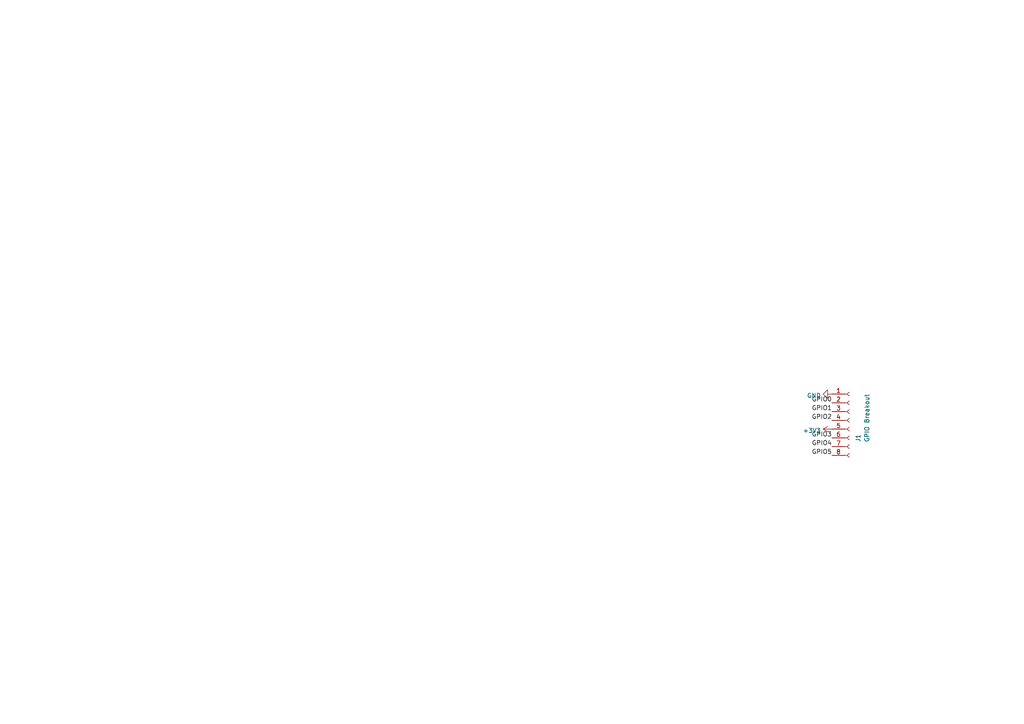
<source format=kicad_sch>
(kicad_sch (version 20230121) (generator eeschema)

  (uuid 11c5e14e-9dc8-4a10-bb45-22aef0ecf384)

  (paper "A4")

  (lib_symbols
    (symbol "Connector:Conn_01x08_Female" (pin_names (offset 1.016) hide) (in_bom yes) (on_board yes)
      (property "Reference" "J" (at 0 10.16 0)
        (effects (font (size 1.27 1.27)))
      )
      (property "Value" "Conn_01x08_Female" (at 0 -12.7 0)
        (effects (font (size 1.27 1.27)))
      )
      (property "Footprint" "" (at 0 0 0)
        (effects (font (size 1.27 1.27)) hide)
      )
      (property "Datasheet" "~" (at 0 0 0)
        (effects (font (size 1.27 1.27)) hide)
      )
      (property "ki_keywords" "connector" (at 0 0 0)
        (effects (font (size 1.27 1.27)) hide)
      )
      (property "ki_description" "Generic connector, single row, 01x08, script generated (kicad-library-utils/schlib/autogen/connector/)" (at 0 0 0)
        (effects (font (size 1.27 1.27)) hide)
      )
      (property "ki_fp_filters" "Connector*:*_1x??_*" (at 0 0 0)
        (effects (font (size 1.27 1.27)) hide)
      )
      (symbol "Conn_01x08_Female_1_1"
        (arc (start 0 -9.652) (mid -0.5058 -10.16) (end 0 -10.668)
          (stroke (width 0.1524) (type default))
          (fill (type none))
        )
        (arc (start 0 -7.112) (mid -0.5058 -7.62) (end 0 -8.128)
          (stroke (width 0.1524) (type default))
          (fill (type none))
        )
        (arc (start 0 -4.572) (mid -0.5058 -5.08) (end 0 -5.588)
          (stroke (width 0.1524) (type default))
          (fill (type none))
        )
        (arc (start 0 -2.032) (mid -0.5058 -2.54) (end 0 -3.048)
          (stroke (width 0.1524) (type default))
          (fill (type none))
        )
        (polyline
          (pts
            (xy -1.27 -10.16)
            (xy -0.508 -10.16)
          )
          (stroke (width 0.1524) (type default))
          (fill (type none))
        )
        (polyline
          (pts
            (xy -1.27 -7.62)
            (xy -0.508 -7.62)
          )
          (stroke (width 0.1524) (type default))
          (fill (type none))
        )
        (polyline
          (pts
            (xy -1.27 -5.08)
            (xy -0.508 -5.08)
          )
          (stroke (width 0.1524) (type default))
          (fill (type none))
        )
        (polyline
          (pts
            (xy -1.27 -2.54)
            (xy -0.508 -2.54)
          )
          (stroke (width 0.1524) (type default))
          (fill (type none))
        )
        (polyline
          (pts
            (xy -1.27 0)
            (xy -0.508 0)
          )
          (stroke (width 0.1524) (type default))
          (fill (type none))
        )
        (polyline
          (pts
            (xy -1.27 2.54)
            (xy -0.508 2.54)
          )
          (stroke (width 0.1524) (type default))
          (fill (type none))
        )
        (polyline
          (pts
            (xy -1.27 5.08)
            (xy -0.508 5.08)
          )
          (stroke (width 0.1524) (type default))
          (fill (type none))
        )
        (polyline
          (pts
            (xy -1.27 7.62)
            (xy -0.508 7.62)
          )
          (stroke (width 0.1524) (type default))
          (fill (type none))
        )
        (arc (start 0 0.508) (mid -0.5058 0) (end 0 -0.508)
          (stroke (width 0.1524) (type default))
          (fill (type none))
        )
        (arc (start 0 3.048) (mid -0.5058 2.54) (end 0 2.032)
          (stroke (width 0.1524) (type default))
          (fill (type none))
        )
        (arc (start 0 5.588) (mid -0.5058 5.08) (end 0 4.572)
          (stroke (width 0.1524) (type default))
          (fill (type none))
        )
        (arc (start 0 8.128) (mid -0.5058 7.62) (end 0 7.112)
          (stroke (width 0.1524) (type default))
          (fill (type none))
        )
        (pin passive line (at -5.08 7.62 0) (length 3.81)
          (name "Pin_1" (effects (font (size 1.27 1.27))))
          (number "1" (effects (font (size 1.27 1.27))))
        )
        (pin passive line (at -5.08 5.08 0) (length 3.81)
          (name "Pin_2" (effects (font (size 1.27 1.27))))
          (number "2" (effects (font (size 1.27 1.27))))
        )
        (pin passive line (at -5.08 2.54 0) (length 3.81)
          (name "Pin_3" (effects (font (size 1.27 1.27))))
          (number "3" (effects (font (size 1.27 1.27))))
        )
        (pin passive line (at -5.08 0 0) (length 3.81)
          (name "Pin_4" (effects (font (size 1.27 1.27))))
          (number "4" (effects (font (size 1.27 1.27))))
        )
        (pin passive line (at -5.08 -2.54 0) (length 3.81)
          (name "Pin_5" (effects (font (size 1.27 1.27))))
          (number "5" (effects (font (size 1.27 1.27))))
        )
        (pin passive line (at -5.08 -5.08 0) (length 3.81)
          (name "Pin_6" (effects (font (size 1.27 1.27))))
          (number "6" (effects (font (size 1.27 1.27))))
        )
        (pin passive line (at -5.08 -7.62 0) (length 3.81)
          (name "Pin_7" (effects (font (size 1.27 1.27))))
          (number "7" (effects (font (size 1.27 1.27))))
        )
        (pin passive line (at -5.08 -10.16 0) (length 3.81)
          (name "Pin_8" (effects (font (size 1.27 1.27))))
          (number "8" (effects (font (size 1.27 1.27))))
        )
      )
    )
    (symbol "power:+3.3V" (power) (pin_names (offset 0)) (in_bom yes) (on_board yes)
      (property "Reference" "#PWR" (at 0 -3.81 0)
        (effects (font (size 1.27 1.27)) hide)
      )
      (property "Value" "+3.3V" (at 0 3.556 0)
        (effects (font (size 1.27 1.27)))
      )
      (property "Footprint" "" (at 0 0 0)
        (effects (font (size 1.27 1.27)) hide)
      )
      (property "Datasheet" "" (at 0 0 0)
        (effects (font (size 1.27 1.27)) hide)
      )
      (property "ki_keywords" "power-flag" (at 0 0 0)
        (effects (font (size 1.27 1.27)) hide)
      )
      (property "ki_description" "Power symbol creates a global label with name \"+3.3V\"" (at 0 0 0)
        (effects (font (size 1.27 1.27)) hide)
      )
      (symbol "+3.3V_0_1"
        (polyline
          (pts
            (xy -0.762 1.27)
            (xy 0 2.54)
          )
          (stroke (width 0) (type default))
          (fill (type none))
        )
        (polyline
          (pts
            (xy 0 0)
            (xy 0 2.54)
          )
          (stroke (width 0) (type default))
          (fill (type none))
        )
        (polyline
          (pts
            (xy 0 2.54)
            (xy 0.762 1.27)
          )
          (stroke (width 0) (type default))
          (fill (type none))
        )
      )
      (symbol "+3.3V_1_1"
        (pin power_in line (at 0 0 90) (length 0) hide
          (name "+3V3" (effects (font (size 1.27 1.27))))
          (number "1" (effects (font (size 1.27 1.27))))
        )
      )
    )
    (symbol "power:GND" (power) (pin_names (offset 0)) (in_bom yes) (on_board yes)
      (property "Reference" "#PWR" (at 0 -6.35 0)
        (effects (font (size 1.27 1.27)) hide)
      )
      (property "Value" "GND" (at 0 -3.81 0)
        (effects (font (size 1.27 1.27)))
      )
      (property "Footprint" "" (at 0 0 0)
        (effects (font (size 1.27 1.27)) hide)
      )
      (property "Datasheet" "" (at 0 0 0)
        (effects (font (size 1.27 1.27)) hide)
      )
      (property "ki_keywords" "power-flag" (at 0 0 0)
        (effects (font (size 1.27 1.27)) hide)
      )
      (property "ki_description" "Power symbol creates a global label with name \"GND\" , ground" (at 0 0 0)
        (effects (font (size 1.27 1.27)) hide)
      )
      (symbol "GND_0_1"
        (polyline
          (pts
            (xy 0 0)
            (xy 0 -1.27)
            (xy 1.27 -1.27)
            (xy 0 -2.54)
            (xy -1.27 -1.27)
            (xy 0 -1.27)
          )
          (stroke (width 0) (type default))
          (fill (type none))
        )
      )
      (symbol "GND_1_1"
        (pin power_in line (at 0 0 270) (length 0) hide
          (name "GND" (effects (font (size 1.27 1.27))))
          (number "1" (effects (font (size 1.27 1.27))))
        )
      )
    )
  )


  (label "GPIO1" (at 241.3 119.38 180) (fields_autoplaced)
    (effects (font (size 1.27 1.27)) (justify right bottom))
    (uuid 0cf268b2-753e-4da1-ad1a-1176fb700586)
  )
  (label "GPIO3" (at 241.3 127 180) (fields_autoplaced)
    (effects (font (size 1.27 1.27)) (justify right bottom))
    (uuid 0d2fb724-2c28-41f1-86dc-86af1c8ae992)
  )
  (label "GPIO4" (at 241.3 129.54 180) (fields_autoplaced)
    (effects (font (size 1.27 1.27)) (justify right bottom))
    (uuid 73115d55-0d86-4c29-b324-f27bd567f78f)
  )
  (label "GPIO0" (at 241.3 116.84 180) (fields_autoplaced)
    (effects (font (size 1.27 1.27)) (justify right bottom))
    (uuid 76f0f0ec-dae2-44c2-a757-c566e6fac07c)
  )
  (label "GPIO5" (at 241.3 132.08 180) (fields_autoplaced)
    (effects (font (size 1.27 1.27)) (justify right bottom))
    (uuid 774e71a0-e314-4b9c-af50-fccfdbc6b119)
  )
  (label "GPIO2" (at 241.3 121.92 180) (fields_autoplaced)
    (effects (font (size 1.27 1.27)) (justify right bottom))
    (uuid 997009e1-9dac-4300-a210-a3085687a2a3)
  )

  (symbol (lib_id "power:+3.3V") (at 241.3 124.46 90) (unit 1)
    (in_bom yes) (on_board yes) (dnp no) (fields_autoplaced)
    (uuid 3022259f-f1a7-4ff5-af0c-0b96b5675ec6)
    (property "Reference" "#PWR02" (at 245.11 124.46 0)
      (effects (font (size 1.27 1.27)) hide)
    )
    (property "Value" "+3.3V" (at 238.125 124.8938 90)
      (effects (font (size 1.27 1.27)) (justify left))
    )
    (property "Footprint" "" (at 241.3 124.46 0)
      (effects (font (size 1.27 1.27)) hide)
    )
    (property "Datasheet" "" (at 241.3 124.46 0)
      (effects (font (size 1.27 1.27)) hide)
    )
    (pin "1" (uuid 3a543ebb-2402-48aa-82bf-7eb50d2e1490))
    (instances
      (project "whistle"
        (path "/11c5e14e-9dc8-4a10-bb45-22aef0ecf384"
          (reference "#PWR02") (unit 1)
        )
      )
      (project "Chad"
        (path "/7db990e4-92e1-4f99-b4d2-435bbec1ba83"
          (reference "#PWR026") (unit 1)
        )
      )
    )
  )

  (symbol (lib_id "Connector:Conn_01x08_Female") (at 246.38 121.92 0) (unit 1)
    (in_bom yes) (on_board yes) (dnp no)
    (uuid 6dac13e9-de06-45ee-8757-0621daed0aa6)
    (property "Reference" "J1" (at 248.92 128.27 90)
      (effects (font (size 1.27 1.27)) (justify left))
    )
    (property "Value" "GPIO Breakout" (at 251.4569 128.27 90)
      (effects (font (size 1.27 1.27)) (justify left))
    )
    (property "Footprint" "Connector_PinSocket_2.54mm:PinSocket_2x04_P2.54mm_Vertical" (at 246.38 121.92 0)
      (effects (font (size 1.27 1.27)) hide)
    )
    (property "Datasheet" "~" (at 246.38 121.92 0)
      (effects (font (size 1.27 1.27)) hide)
    )
    (pin "1" (uuid 5325fe81-bfa9-4238-b084-3a4deacf3be8))
    (pin "2" (uuid c7f4afbb-dd72-431a-bcb9-f6dfd4ec793f))
    (pin "3" (uuid f6ee029f-9888-40df-8162-da3cfe355d66))
    (pin "4" (uuid 6e219a8d-7461-420a-b276-7b8f356c253b))
    (pin "5" (uuid 182e1005-3baf-4ce0-893e-abeebea779ab))
    (pin "6" (uuid 122bec4c-d79d-4d55-882c-4ac0d08b5a9c))
    (pin "7" (uuid ba418633-e70f-4198-8d63-2b59e57c9bcd))
    (pin "8" (uuid 3b6f1f85-ac60-4053-9449-1320a1ecd000))
    (instances
      (project "whistle"
        (path "/11c5e14e-9dc8-4a10-bb45-22aef0ecf384"
          (reference "J1") (unit 1)
        )
      )
      (project "Chad"
        (path "/7db990e4-92e1-4f99-b4d2-435bbec1ba83"
          (reference "J2") (unit 1)
        )
      )
    )
  )

  (symbol (lib_id "power:GND") (at 241.3 114.3 270) (unit 1)
    (in_bom yes) (on_board yes) (dnp no) (fields_autoplaced)
    (uuid fc0cba7c-8c3b-4275-9b64-0a223e3869c8)
    (property "Reference" "#PWR01" (at 234.95 114.3 0)
      (effects (font (size 1.27 1.27)) hide)
    )
    (property "Value" "GND" (at 238.1251 114.7338 90)
      (effects (font (size 1.27 1.27)) (justify right))
    )
    (property "Footprint" "" (at 241.3 114.3 0)
      (effects (font (size 1.27 1.27)) hide)
    )
    (property "Datasheet" "" (at 241.3 114.3 0)
      (effects (font (size 1.27 1.27)) hide)
    )
    (pin "1" (uuid 6182ece5-1ce5-434d-a98e-2e26b6207138))
    (instances
      (project "whistle"
        (path "/11c5e14e-9dc8-4a10-bb45-22aef0ecf384"
          (reference "#PWR01") (unit 1)
        )
      )
      (project "Chad"
        (path "/7db990e4-92e1-4f99-b4d2-435bbec1ba83"
          (reference "#PWR027") (unit 1)
        )
      )
    )
  )

  (sheet_instances
    (path "/" (page "1"))
  )
)

</source>
